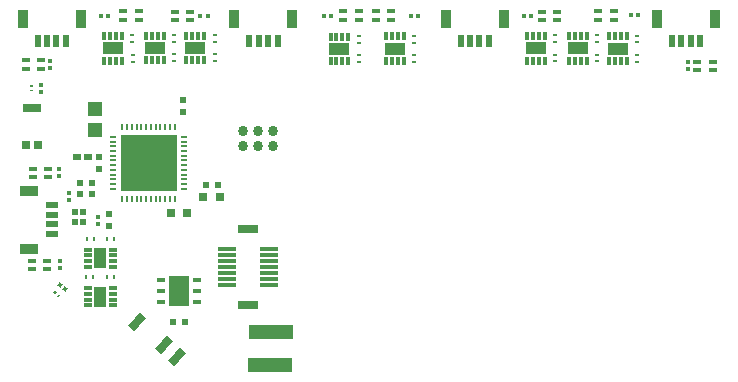
<source format=gtp>
%FSTAX23Y23*%
%MOIN*%
%SFA1B1*%

%IPPOS*%
%AMD24*
4,1,4,0.009600,0.000700,-0.000700,0.009600,-0.009600,-0.000700,0.000700,-0.009600,0.009600,0.000700,0.0*
%
%AMD32*
4,1,4,0.009100,0.031200,-0.029700,-0.013200,-0.009100,-0.031200,0.029700,0.013200,0.009100,0.031200,0.0*
%
%ADD19R,0.150000X0.050000*%
%ADD20R,0.019680X0.039370*%
%ADD21R,0.035430X0.062990*%
%ADD22R,0.027560X0.015750*%
%ADD23R,0.050000X0.050000*%
G04~CAMADD=24~10~0.0~137.8~0.0~0.0~0.0~0.0~0~0.0~0.0~0.0~0.0~0~0.0~0.0~0.0~0.0~0~0.0~0.0~0.0~318.9~137.8~0.0*
%ADD24D24*%
%ADD25R,0.013780X0.013780*%
%ADD26R,0.013780X0.013780*%
%ADD27R,0.062990X0.031500*%
%ADD28R,0.025590X0.031500*%
%ADD29R,0.066930X0.039370*%
%ADD30R,0.011810X0.027560*%
%ADD31R,0.011810X0.010630*%
G04~CAMADD=32~9~0.0~0.0~590.6~275.6~0.0~0.0~0~0.0~0.0~0.0~0.0~0~0.0~0.0~0.0~0.0~0~0.0~0.0~0.0~48.9~594.0~623.0*
%ADD32D32*%
%ADD33R,0.068900X0.098430*%
%ADD34R,0.031500X0.015750*%
%ADD35R,0.062990X0.011810*%
%ADD36R,0.070870X0.031500*%
%ADD37R,0.027560X0.011810*%
%ADD38R,0.039370X0.066930*%
%ADD39R,0.010630X0.011810*%
%ADD40R,0.023620X0.019680*%
%ADD41C,0.033980*%
%ADD42R,0.062990X0.035430*%
%ADD43R,0.039370X0.019680*%
%ADD44R,0.016540X0.018110*%
%ADD45R,0.018500X0.020470*%
%ADD46R,0.019680X0.023620*%
%ADD47R,0.025590X0.019680*%
%ADD48R,0.029530X0.031500*%
%ADD49R,0.185040X0.185040*%
%ADD50O,0.007870X0.025590*%
%ADD51O,0.025590X0.007870*%
%LNdextrems_v1-1*%
%LPD*%
G36*
X0014Y-00951D02*
X00133Y-0096D01*
X00128Y-00956*
X00135Y-00947*
X0014Y-00951*
G37*
G36*
X00152Y-00962D02*
X00144Y-0097D01*
X0014Y-00966*
X00147Y-00958*
X00152Y-00962*
G37*
G36*
X00062Y-00278D02*
Y-00284D01*
X00051*
Y-00278*
X00062*
G37*
G36*
Y-00262D02*
Y-00268D01*
X00051*
Y-00262*
X00062*
G37*
G54D19*
X00852Y-01197D03*
X00853Y-01085D03*
G54D20*
X00171Y-00116D03*
X00139D03*
X00108D03*
X00076D03*
X02191D03*
X02222D03*
X02254D03*
X02285D03*
X0158D03*
X01549D03*
X01517D03*
X01486D03*
X00876D03*
X00844D03*
X00813D03*
X00781D03*
G54D21*
X0022Y-00041D03*
X00027D03*
X02142D03*
X02335D03*
X0163D03*
X01437D03*
X00925D03*
X00732D03*
G54D22*
X00038Y-0018D03*
Y-00208D03*
X00089Y-0018D03*
Y-00208D03*
X02275Y-00185D03*
Y-00212D03*
X02326Y-00185D03*
Y-00212D03*
X01758Y-00019D03*
Y-00047D03*
X01809Y-00019D03*
Y-00047D03*
X00584Y-00046D03*
Y-00018D03*
X00533Y-00046D03*
Y-00018D03*
X01146Y-00045D03*
Y-00017D03*
X01095Y-00045D03*
Y-00017D03*
X00413Y-00045D03*
Y-00017D03*
X00362Y-00045D03*
Y-00017D03*
X00109Y-00875D03*
Y-00848D03*
X00058Y-00875D03*
Y-00848D03*
X0006Y-00542D03*
Y-00569D03*
X00111Y-00542D03*
Y-00569D03*
X01997Y-00045D03*
Y-00017D03*
X01945Y-00045D03*
Y-00017D03*
X01255Y-00045D03*
Y-00017D03*
X01204Y-00045D03*
Y-00017D03*
G54D23*
X00268Y-00343D03*
X00269Y-00412D03*
G54D24*
X00169Y-00944D03*
X00151Y-00928D03*
G54D25*
X02244Y-00209D03*
Y-00186D03*
X00119Y-00206D03*
Y-00182D03*
X00151Y-00873D03*
Y-0085D03*
X00148Y-00567D03*
Y-00544D03*
X00088Y-00261D03*
Y-00285D03*
G54D26*
X01721Y-00033D03*
X01697D03*
X00619Y-00031D03*
X00643D03*
X01054D03*
X01031D03*
X00311Y-00034D03*
X00288D03*
X02054Y-00029D03*
X02077D03*
X0132Y-00031D03*
X01344D03*
G54D27*
X00057Y-00338D03*
G54D28*
X00076Y-00464D03*
X00038D03*
G54D29*
X00329Y-0014D03*
X00602Y-00139D03*
X01082Y-00142D03*
X01268Y-00142D03*
X01876Y-0014D03*
X0201Y-00141D03*
X01739Y-0014D03*
X00468Y-00139D03*
G54D30*
X00359Y-00181D03*
X00339D03*
X00319D03*
X00299D03*
Y-00099D03*
X00319D03*
X00339D03*
X00359D03*
X00631Y-00098D03*
X00611D03*
X00592D03*
X00572D03*
Y-0018D03*
X00592D03*
X00611D03*
X00631D03*
X01112Y-00183D03*
X01092D03*
X01072D03*
X01053D03*
Y-00101D03*
X01072D03*
X01092D03*
X01112D03*
X01297Y-00183D03*
X01277D03*
X01258D03*
X01238D03*
Y-001D03*
X01258D03*
X01277D03*
X01297D03*
X01906Y-00098D03*
X01886D03*
X01867D03*
X01847D03*
Y-00181D03*
X01867D03*
X01886D03*
X01906D03*
X0204Y-001D03*
X0202D03*
X02001D03*
X01981D03*
Y-00183D03*
X02001D03*
X0202D03*
X0204D03*
X01768Y-00098D03*
X01749D03*
X01729D03*
X01709D03*
Y-00181D03*
X01729D03*
X01749D03*
X01768D03*
X00497Y-00098D03*
X00477D03*
X00458D03*
X00438D03*
Y-0018D03*
X00458D03*
X00477D03*
X00497D03*
G54D31*
X00666Y-00096D03*
Y-00118D03*
Y-00183D03*
Y-0016D03*
X01146Y-00164D03*
Y-00186D03*
Y-00099D03*
Y-00122D03*
X01332Y-00121D03*
Y-00098D03*
X00532Y-00095D03*
Y-00118D03*
X02075Y-0012D03*
Y-00098D03*
X00532Y-00183D03*
Y-0016D03*
X01332Y-00185D03*
Y-00163D03*
X02075Y-00185D03*
Y-00163D03*
X01802Y-00119D03*
Y-00096D03*
X0194Y-00119D03*
Y-00096D03*
Y-00184D03*
Y-00161D03*
X01802Y-00184D03*
Y-00161D03*
X00392Y-00097D03*
Y-0012D03*
X00393Y-00186D03*
Y-00163D03*
G54D32*
X00407Y-01052D03*
X00496Y-0113D03*
X0054Y-01169D03*
G54D33*
X00549Y-0095D03*
G54D34*
X00489Y-00987D03*
Y-0095D03*
Y-00912D03*
X00608D03*
Y-0095D03*
Y-00987D03*
G54D35*
X00708Y-0081D03*
X00849D03*
X00708Y-00829D03*
X00849D03*
X00708Y-00849D03*
X00849D03*
X00708Y-00869D03*
X00849D03*
X00708Y-00889D03*
X00849D03*
X00708Y-00908D03*
X00849D03*
X00708Y-00928D03*
X00849D03*
G54D36*
X00779Y-00741D03*
Y-00997D03*
G54D37*
X00243Y-00938D03*
Y-00958D03*
Y-00978D03*
Y-00997D03*
X00326D03*
Y-00978D03*
Y-00958D03*
Y-00938D03*
X00244Y-00811D03*
Y-0083D03*
Y-0085D03*
Y-0087D03*
X00326D03*
Y-0085D03*
Y-0083D03*
Y-00811D03*
G54D38*
X00285Y-00968D03*
X00285Y-0084D03*
G54D39*
X00239Y-00904D03*
X00262D03*
X00331D03*
X00308D03*
X00241Y-00777D03*
X00263D03*
X0033D03*
X00308D03*
G54D40*
X00568Y-01054D03*
X00529D03*
X00218Y-00625D03*
X00258D03*
Y-0059D03*
X00218D03*
X00676Y-00596D03*
X00636D03*
G54D41*
X00761Y-00467D03*
Y-00417D03*
X00811Y-00467D03*
Y-00417D03*
X00861Y-00467D03*
Y-00417D03*
G54D42*
X00049Y-00808D03*
Y-00615D03*
G54D43*
X00124Y-00759D03*
Y-00727D03*
Y-00696D03*
Y-00664D03*
G54D44*
X00278Y-00701D03*
Y-00727D03*
X0018Y-00647D03*
Y-00622D03*
G54D45*
X00202Y-00687D03*
Y-0072D03*
X00228D03*
Y-00687D03*
G54D46*
X00315Y-00692D03*
Y-00732D03*
X00281Y-00502D03*
Y-00542D03*
X00561Y-00314D03*
Y-00353D03*
G54D47*
X00244Y-00502D03*
X00206D03*
G54D48*
X00629Y-00637D03*
X00683D03*
X00574Y-00688D03*
X00521D03*
G54D49*
X00446Y-00522D03*
G54D50*
X00533Y-00641D03*
X00517D03*
X00501D03*
X00485D03*
X0047D03*
X00454D03*
X00438D03*
X00422D03*
X00407D03*
X00391D03*
X00375D03*
X00359D03*
Y-00403D03*
X00375D03*
X00391D03*
X00407D03*
X00422D03*
X00438D03*
X00454D03*
X0047D03*
X00485D03*
X00501D03*
X00517D03*
X00533D03*
G54D51*
X00327Y-00609D03*
Y-00593D03*
Y-00577D03*
Y-00561D03*
Y-00546D03*
Y-0053D03*
Y-00514D03*
Y-00498D03*
Y-00483D03*
Y-00467D03*
Y-00451D03*
Y-00435D03*
X00565D03*
Y-00451D03*
Y-00467D03*
Y-00483D03*
Y-00498D03*
Y-00514D03*
Y-0053D03*
Y-00546D03*
Y-00561D03*
Y-00577D03*
Y-00593D03*
Y-00609D03*
M02*
</source>
